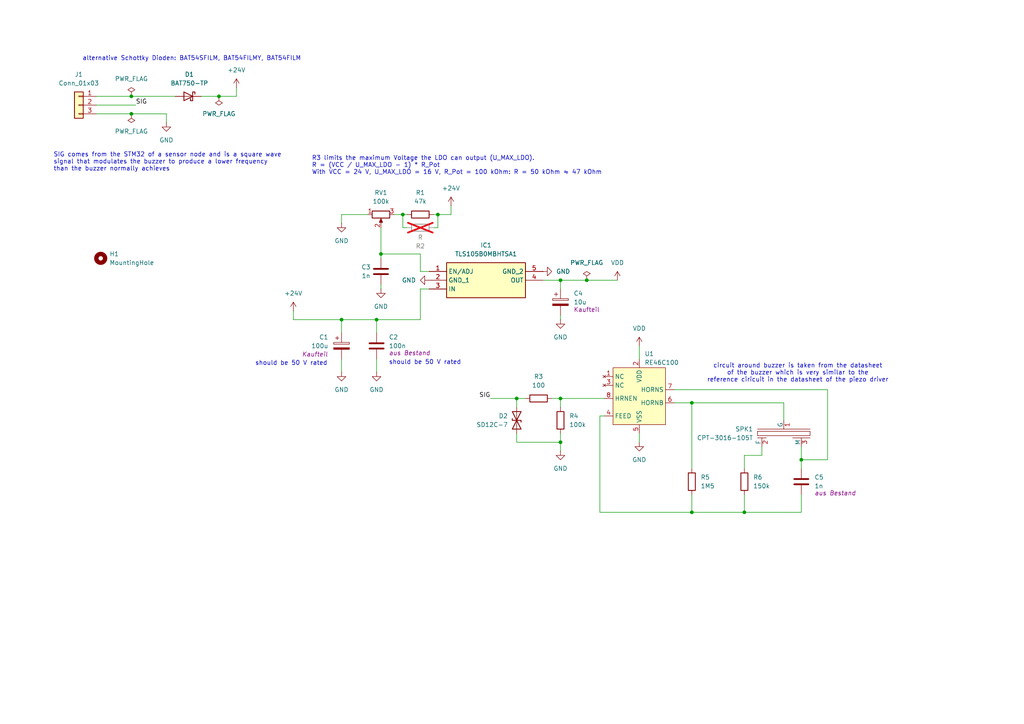
<source format=kicad_sch>
(kicad_sch (version 20231120) (generator "eeschema") (generator_version "8.0")
  (paper "A4")
  (title_block (title "Soundbox") (date "2024-12-04") (rev "FT25 v1.0") (company "FaSTTUBe"))
  (lib_symbols
    (symbol "Connector_Generic:Conn_01x03" (pin_names (offset 1.016) hide)
      (property "Reference" "J" (at 0 5.08 0))
      (property "Value" "Conn_01x03" (at 0 -5.08 0))
      (symbol "Conn_01x03_1_1"
        (rectangle (start -1.27 -2.413) (end 0 -2.667) (stroke (width 0.1524)))
        (rectangle (start -1.27 0.127) (end 0 -0.127) (stroke (width 0.1524)))
        (rectangle (start -1.27 2.667) (end 0 2.413) (stroke (width 0.1524)))
        (rectangle (start -1.27 3.81) (end 1.27 -3.81) (stroke (width 0.254)) (fill (type background)))
        (pin passive line (at -5.08 2.54 0) (length 3.81) (name "Pin_1") (number "1"))
        (pin passive line (at -5.08 0 0) (length 3.81) (name "Pin_2") (number "2"))
        (pin passive line (at -5.08 -2.54 0) (length 3.81) (name "Pin_3") (number "3"))
      )
    )
    (symbol "Device:C" (pin_numbers hide) (pin_names (offset 0.254))
      (property "Reference" "C" (at 0.635 2.54 0))
      (property "Value" "C" (at 0.635 -2.54 0))
      (symbol "C_0_1"
        (polyline (pts (xy -2.032 -0.762) (xy 2.032 -0.762)) (stroke (width 0.508)))
        (polyline (pts (xy -2.032 0.762) (xy 2.032 0.762)) (stroke (width 0.508)))
      )
      (symbol "C_1_1"
        (pin passive line (at 0 3.81 270) (length 2.794) (name "~") (number "1"))
        (pin passive line (at 0 -3.81 90) (length 2.794) (name "~") (number "2"))
      )
    )
    (symbol "Device:C_Polarized" (pin_numbers hide) (pin_names (offset 0.254))
      (property "Reference" "C" (at 0.635 2.54 0))
      (property "Value" "C_Polarized" (at 0.635 -2.54 0))
      (symbol "C_Polarized_0_1"
        (rectangle (start -2.286 0.508) (end 2.286 1.016))
        (polyline (pts (xy -1.778 2.286) (xy -0.762 2.286)))
        (polyline (pts (xy -1.27 2.794) (xy -1.27 1.778)))
        (rectangle (start 2.286 -0.508) (end -2.286 -1.016) (fill (type outline)))
      )
      (symbol "C_Polarized_1_1"
        (pin passive line (at 0 3.81 270) (length 2.794) (name "~") (number "1"))
        (pin passive line (at 0 -3.81 90) (length 2.794) (name "~") (number "2"))
      )
    )
    (symbol "Device:D_Schottky" (pin_numbers hide) (pin_names (offset 1.016) hide)
      (property "Reference" "D2" (at -0.3175 6.35 0))
      (property "Value" "BAT750-TP" (at -0.3175 3.81 0))
      (symbol "D_Schottky_0_1"
        (polyline (pts (xy 1.27 0) (xy -1.27 0)))
        (polyline (pts (xy 1.27 1.27) (xy 1.27 -1.27) (xy -1.27 0) (xy 1.27 1.27)) (stroke (width 0.254)))
        (polyline (pts (xy -1.905 0.635) (xy -1.905 1.27) (xy -1.27 1.27) (xy -1.27 -1.27) (xy -0.635 -1.27) (xy -0.635 -0.635)) (stroke (width 0.254)))
      )
      (symbol "D_Schottky_1_1"
        (pin passive line (at 3.81 0 180) (length 2.54) (name "A") (number "1"))
        (pin passive line (at -3.81 0 0) (length 2.54) (name "K") (number "3"))
      )
    )
    (symbol "Device:D_TVS" (pin_numbers hide) (pin_names (offset 1.016) hide)
      (property "Reference" "D" (at 0 2.54 0))
      (property "Value" "D_TVS" (at 0 -2.54 0))
      (symbol "D_TVS_0_1"
        (polyline (pts (xy 1.27 0) (xy -1.27 0)))
        (polyline (pts (xy 0.508 1.27) (xy 0 1.27) (xy 0 -1.27) (xy -0.508 -1.27)) (stroke (width 0.254)))
        (polyline (pts (xy -2.54 1.27) (xy -2.54 -1.27) (xy 2.54 1.27) (xy 2.54 -1.27) (xy -2.54 1.27)) (stroke (width 0.254)))
      )
      (symbol "D_TVS_1_1"
        (pin passive line (at -3.81 0 0) (length 2.54) (name "A1") (number "1"))
        (pin passive line (at 3.81 0 180) (length 2.54) (name "A2") (number "2"))
      )
    )
    (symbol "Device:R" (pin_numbers hide) (pin_names (offset 0))
      (property "Reference" "R" (at 2.032 0 90))
      (property "Value" "R" (at 0 0 90))
      (symbol "R_0_1"
        (rectangle (start -1.016 -2.54) (end 1.016 2.54) (stroke (width 0.254)))
      )
      (symbol "R_1_1"
        (pin passive line (at 0 3.81 270) (length 1.27) (name "~") (number "1"))
        (pin passive line (at 0 -3.81 90) (length 1.27) (name "~") (number "2"))
      )
    )
    (symbol "Device:R_Potentiometer" (pin_names (offset 1.016) hide)
      (property "Reference" "RV" (at -4.445 0 90))
      (property "Value" "R_Potentiometer" (at -2.54 0 90))
      (symbol "R_Potentiometer_0_1"
        (polyline (pts (xy 2.54 0) (xy 1.524 0)))
        (polyline (pts (xy 1.143 0) (xy 2.286 0.508) (xy 2.286 -0.508) (xy 1.143 0)) (fill (type outline)))
        (rectangle (start 1.016 2.54) (end -1.016 -2.54) (stroke (width 0.254)))
      )
      (symbol "R_Potentiometer_1_1"
        (pin passive line (at 0 3.81 270) (length 1.27) (name "1") (number "1"))
        (pin passive line (at 3.81 0 180) (length 1.27) (name "2") (number "2"))
        (pin passive line (at 0 -3.81 90) (length 1.27) (name "3") (number "3"))
      )
    )
    (symbol "Mechanical:MountingHole" (pin_names (offset 1.016)) (exclude_from_sim yes) (in_bom no)
      (property "Reference" "H" (at 0 5.08 0))
      (property "Value" "MountingHole" (at 0 3.175 0))
      (symbol "MountingHole_0_1"
        (circle (center 0 0) (radius 1.27) (stroke (width 1.27)))
      )
    )
    (symbol "power:+24V" (power) (pin_numbers hide) (pin_names (offset 0) hide)
      (property "Value" "+24V" (at 0 3.556 0))
      (symbol "+24V_0_1"
        (polyline (pts (xy -0.762 1.27) (xy 0 2.54)))
        (polyline (pts (xy 0 0) (xy 0 2.54)))
        (polyline (pts (xy 0 2.54) (xy 0.762 1.27)))
      )
      (symbol "+24V_1_1"
        (pin power_in line (at 0 0 90) (length 0) (name "~") (number "1"))
      )
    )
    (symbol "power:GND" (power) (pin_numbers hide) (pin_names (offset 0) hide)
      (property "Value" "GND" (at 0 -3.81 0))
      (symbol "GND_0_1"
        (polyline (pts (xy 0 0) (xy 0 -1.27) (xy 1.27 -1.27) (xy 0 -2.54) (xy -1.27 -1.27) (xy 0 -1.27)))
      )
      (symbol "GND_1_1"
        (pin power_in line (at 0 0 270) (length 0) (name "~") (number "1"))
      )
    )
    (symbol "power:PWR_FLAG" (power) (pin_numbers hide) (pin_names (offset 0) hide)
      (property "Value" "PWR_FLAG" (at 0 3.81 0))
      (symbol "PWR_FLAG_0_0"
        (pin power_out line (at 0 0 90) (length 0) (name "~") (number "1"))
      )
      (symbol "PWR_FLAG_0_1"
        (polyline (pts (xy 0 0) (xy 0 1.27) (xy -1.016 1.905) (xy 0 2.54) (xy 1.016 1.905) (xy 0 1.27)))
      )
    )
    (symbol "power:VDD" (power) (pin_numbers hide) (pin_names (offset 0) hide)
      (property "Value" "VDD" (at 0 3.556 0))
      (symbol "VDD_0_1"
        (polyline (pts (xy -0.762 1.27) (xy 0 2.54)))
        (polyline (pts (xy 0 0) (xy 0 2.54)))
        (polyline (pts (xy 0 2.54) (xy 0.762 1.27)))
      )
      (symbol "VDD_1_1"
        (pin power_in line (at 0 0 90) (length 0) (name "~") (number "1"))
      )
    )
    (symbol "soundbox:CPT-3016-105T" (pin_names (offset 0))
      (property "Reference" "SPK" (at -5.588 2.54 0))
      (property "Value" "CPT-3016-105T" (at 10.668 2.54 0))
      (symbol "CPT-3016-105T_0_0"
        (pin passive line (at 0 3.81 270) (length 2.54) (name "G") (number "1"))
        (pin passive line (at -6.35 -3.81 90) (length 2.54) (name "F") (number "2"))
        (pin passive line (at 5.08 -3.81 90) (length 2.54) (name "M") (number "3"))
      )
      (symbol "CPT-3016-105T_0_1"
        (rectangle (start -7.62 0.635) (end 7.62 -0.635))
        (polyline (pts (xy -7.62 -1.27) (xy -5.08 -1.27)))
        (polyline (pts (xy 7.62 -1.27) (xy 2.54 -1.27)))
        (polyline (pts (xy 7.62 1.27) (xy -7.62 1.27)))
      )
    )
    (symbol "soundbox:RE46C100"
      (property "Reference" "U" (at -6.604 9.144 0))
      (property "Value" "RE46C100" (at 5.842 9.144 0))
      (symbol "RE46C100_0_0"
        (pin no_connect line (at -10.16 5.08 0) (length 2.54) (name "NC") (number "1"))
        (pin power_in line (at 0 10.16 270) (length 2.54) (name "VDD") (number "2"))
        (pin no_connect line (at -10.16 2.54 0) (length 2.54) (name "NC") (number "3"))
        (pin input line (at -10.16 -6.35 0) (length 2.54) (name "FEED") (number "4"))
        (pin power_in line (at 0 -11.43 90) (length 2.54) (name "VSS") (number "5"))
        (pin output line (at 10.16 -2.54 180) (length 2.54) (name "HORNB") (number "6"))
        (pin output line (at 10.16 1.27 180) (length 2.54) (name "HORNS") (number "7"))
        (pin input line (at -10.16 -1.27 0) (length 2.54) (name "HRNEN") (number "8"))
      )
      (symbol "RE46C100_1_1"
        (rectangle (start -7.62 7.62) (end 7.62 -8.89) (fill (type background)))
      )
    )
    (symbol "soundbox:TLS105B0MBHTSA1"
      (property "Reference" "IC" (at 29.21 7.62 0))
      (property "Value" "TLS105B0MBHTSA1" (at 29.21 5.08 0))
      (symbol "TLS105B0MBHTSA1_1_1"
        (rectangle (start 5.08 2.54) (end 27.94 -7.62) (stroke (width 0.254)) (fill (type background)))
        (pin passive line (at 0 0 0) (length 5.08) (name "EN/ADJ") (number "1"))
        (pin passive line (at 0 -2.54 0) (length 5.08) (name "GND_1") (number "2"))
        (pin passive line (at 0 -5.08 0) (length 5.08) (name "IN") (number "3"))
        (pin passive line (at 33.02 -2.54 180) (length 5.08) (name "OUT") (number "4"))
        (pin passive line (at 33.02 0 180) (length 5.08) (name "GND_2") (number "5"))
      )
    )
  )
  (junction (at 162.56 128.27))
  (junction (at 38.1 27.94))
  (junction (at 232.41 133.35))
  (junction (at 63.5 27.94))
  (junction (at 99.06 92.71))
  (junction (at 110.49 73.66))
  (junction (at 38.1 33.02))
  (junction (at 116.84 62.23))
  (junction (at 109.22 92.71))
  (junction (at 162.56 81.28))
  (junction (at 127 62.23))
  (junction (at 149.86 115.57))
  (junction (at 200.66 148.59))
  (junction (at 200.66 116.84))
  (junction (at 215.9 148.59))
  (junction (at 162.56 115.57))
  (junction (at 170.18 81.28))
  (wire (pts (xy 27.94 27.94) (xy 38.1 27.94)))
  (wire (pts (xy 160.02 115.57) (xy 162.56 115.57)))
  (wire (pts (xy 232.41 129.54) (xy 232.41 133.35)))
  (wire (pts (xy 215.9 135.89) (xy 215.9 132.08)))
  (wire (pts (xy 195.58 116.84) (xy 200.66 116.84)))
  (wire (pts (xy 110.49 74.93) (xy 110.49 73.66)))
  (wire (pts (xy 125.73 62.23) (xy 127 62.23)))
  (wire (pts (xy 27.94 33.02) (xy 38.1 33.02)))
  (wire (pts (xy 109.22 92.71) (xy 121.92 92.71)))
  (wire (pts (xy 109.22 104.14) (xy 109.22 107.95)))
  (wire (pts (xy 170.18 81.28) (xy 179.07 81.28)))
  (wire (pts (xy 162.56 115.57) (xy 175.26 115.57)))
  (wire (pts (xy 121.92 73.66) (xy 121.92 78.74)))
  (wire (pts (xy 118.11 66.04) (xy 116.84 66.04)))
  (wire (pts (xy 48.26 33.02) (xy 48.26 35.56)))
  (wire (pts (xy 185.42 125.73) (xy 185.42 128.27)))
  (wire (pts (xy 63.5 27.94) (xy 68.58 27.94)))
  (wire (pts (xy 149.86 128.27) (xy 162.56 128.27)))
  (wire (pts (xy 27.94 30.48) (xy 39.37 30.48)))
  (wire (pts (xy 110.49 73.66) (xy 121.92 73.66)))
  (wire (pts (xy 99.06 92.71) (xy 99.06 96.52)))
  (wire (pts (xy 162.56 91.44) (xy 162.56 92.71)))
  (wire (pts (xy 200.66 143.51) (xy 200.66 148.59)))
  (wire (pts (xy 232.41 133.35) (xy 240.03 133.35)))
  (wire (pts (xy 109.22 92.71) (xy 99.06 92.71)))
  (wire (pts (xy 240.03 113.03) (xy 195.58 113.03)))
  (wire (pts (xy 85.09 90.17) (xy 85.09 92.71)))
  (wire (pts (xy 110.49 83.82) (xy 110.49 82.55)))
  (wire (pts (xy 200.66 116.84) (xy 227.33 116.84)))
  (wire (pts (xy 58.42 27.94) (xy 63.5 27.94)))
  (wire (pts (xy 215.9 132.08) (xy 220.98 132.08)))
  (wire (pts (xy 162.56 125.73) (xy 162.56 128.27)))
  (wire (pts (xy 232.41 143.51) (xy 232.41 148.59)))
  (wire (pts (xy 162.56 81.28) (xy 162.56 83.82)))
  (wire (pts (xy 127 66.04) (xy 127 62.23)))
  (wire (pts (xy 232.41 133.35) (xy 232.41 135.89)))
  (wire (pts (xy 220.98 132.08) (xy 220.98 129.54)))
  (wire (pts (xy 149.86 115.57) (xy 152.4 115.57)))
  (wire (pts (xy 118.11 62.23) (xy 116.84 62.23)))
  (wire (pts (xy 162.56 81.28) (xy 170.18 81.28)))
  (wire (pts (xy 110.49 66.04) (xy 110.49 73.66)))
  (wire (pts (xy 149.86 125.73) (xy 149.86 128.27)))
  (wire (pts (xy 116.84 66.04) (xy 116.84 62.23)))
  (wire (pts (xy 215.9 148.59) (xy 232.41 148.59)))
  (wire (pts (xy 116.84 62.23) (xy 114.3 62.23)))
  (wire (pts (xy 99.06 64.77) (xy 99.06 62.23)))
  (wire (pts (xy 142.24 115.57) (xy 149.86 115.57)))
  (wire (pts (xy 173.99 148.59) (xy 200.66 148.59)))
  (wire (pts (xy 149.86 115.57) (xy 149.86 118.11)))
  (wire (pts (xy 162.56 128.27) (xy 162.56 130.81)))
  (wire (pts (xy 185.42 100.33) (xy 185.42 104.14)))
  (wire (pts (xy 99.06 92.71) (xy 85.09 92.71)))
  (wire (pts (xy 127 62.23) (xy 130.81 62.23)))
  (wire (pts (xy 162.56 115.57) (xy 162.56 118.11)))
  (wire (pts (xy 200.66 116.84) (xy 200.66 135.89)))
  (wire (pts (xy 173.99 120.65) (xy 173.99 148.59)))
  (wire (pts (xy 38.1 33.02) (xy 48.26 33.02)))
  (wire (pts (xy 121.92 92.71) (xy 121.92 83.82)))
  (wire (pts (xy 121.92 78.74) (xy 124.46 78.74)))
  (wire (pts (xy 68.58 25.4) (xy 68.58 27.94)))
  (wire (pts (xy 227.33 116.84) (xy 227.33 121.92)))
  (wire (pts (xy 38.1 27.94) (xy 50.8 27.94)))
  (wire (pts (xy 130.81 62.23) (xy 130.81 59.69)))
  (wire (pts (xy 121.92 83.82) (xy 124.46 83.82)))
  (wire (pts (xy 200.66 148.59) (xy 215.9 148.59)))
  (wire (pts (xy 215.9 143.51) (xy 215.9 148.59)))
  (wire (pts (xy 175.26 120.65) (xy 173.99 120.65)))
  (wire (pts (xy 157.48 81.28) (xy 162.56 81.28)))
  (wire (pts (xy 240.03 133.35) (xy 240.03 113.03)))
  (wire (pts (xy 99.06 62.23) (xy 106.68 62.23)))
  (wire (pts (xy 99.06 104.14) (xy 99.06 107.95)))
  (wire (pts (xy 109.22 92.71) (xy 109.22 96.52)))
  (wire (pts (xy 125.73 66.04) (xy 127 66.04)))
  (text "R3 limits the maximum Voltage the LDO can output (U_MAX_LDO).\nR = (VCC / U_MAX_LDO - 1) * R_Pot\nWith VCC = 24 V, U_MAX_LDO = 16 V, R_Pot = 100 kOhm: R = 50 kOhm ≈ 47 kOhm" (at 90.424 48.006 0) (effects (font (size 1.27 1.27)) (justify left)))
  (text "circuit around buzzer is taken from the datasheet\nof the buzzer which is very similar to the\nreference ciricuit in the datasheet of the piezo driver" (at 231.394 108.204 0) (effects (font (size 1.27 1.27))))
  (text "should be 50 V rated" (at 112.776 105.156 0) (effects (font (size 1.27 1.27)) (justify left)))
  (text "alternative Schottky Dioden: BAT54SFILM, BAT54FILMY, BAT54FILM" (at 55.626 17.018 0) (effects (font (size 1.27 1.27))))
  (text "should be 50 V rated" (at 94.996 105.41 0) (effects (font (size 1.27 1.27)) (justify right)))
  (text "SIG comes from the STM32 of a sensor node and is a square wave\nsignal that modulates the buzzer to produce a lower frequency\nthan the buzzer normally achieves" (at 15.494 46.99 0) (effects (font (size 1.27 1.27)) (justify left)))
  (label "SIG" (at 142.24 115.57 180))
  (label "SIG" (at 39.37 30.48 0))
  (symbol (lib_id "power:+24V") (at 68.58 25.4 0) (unit 1)
    (property "Reference" "#PWR02" (effects (hide yes)))
    (property "Value" "+24V" (at 68.58 20.32 0))
    (property "Description" "Power symbol creates a global label with name \"+24V\"" (effects (hide yes)))
  )
  (symbol (lib_id "Device:C") (at 109.22 100.33 0) (unit 1)
    (property "Reference" "C2" (at 112.776 97.79 0) (effects (justify left)))
    (property "Value" "100n" (at 112.776 100.33 0) (effects (justify left)))
    (property "Footprint" "Capacitor_SMD:C_0603_1608Metric_Pad1.08x0.95mm_HandSolder" (effects (hide yes)))
    (property "Description" "Unpolarized capacitor" (effects (hide yes)))
    (property "source" "aus Bestand" (at 112.776 102.3621 0) (effects (font (italic yes)) (justify left)))
  )
  (symbol (lib_id "power:+24V") (at 85.09 90.17 0) (unit 1)
    (property "Reference" "#PWR03" (effects (hide yes)))
    (property "Value" "+24V" (at 85.09 85.09 0))
    (property "Description" "Power symbol creates a global label with name \"+24V\"" (effects (hide yes)))
  )
  (symbol (lib_id "Device:C") (at 232.41 139.7 0) (unit 1)
    (property "Reference" "C5" (at 236.22 138.4299 0) (effects (justify left)))
    (property "Value" "1n" (at 236.22 140.9699 0) (effects (justify left)))
    (property "Footprint" "Capacitor_SMD:C_0603_1608Metric_Pad1.08x0.95mm_HandSolder" (effects (hide yes)))
    (property "Description" "Unpolarized capacitor" (effects (hide yes)))
    (property "source" "aus Bestand" (at 236.22 143.002 0) (effects (font (italic yes)) (justify left)))
  )
  (symbol (lib_id "power:GND") (at 99.06 107.95 0) (unit 1)
    (property "Reference" "#PWR05" (effects (hide yes)))
    (property "Value" "GND" (at 99.06 113.03 0))
    (property "Description" "Power symbol creates a global label with name \"GND\" , ground" (effects (hide yes)))
  )
  (symbol (lib_id "power:+24V") (at 130.81 59.69 0) (mirror y) (unit 1)
    (property "Reference" "#PWR09" (effects (hide yes)))
    (property "Value" "+24V" (at 130.81 54.61 0))
    (property "Description" "Power symbol creates a global label with name \"+24V\"" (effects (hide yes)))
  )
  (symbol (lib_id "Device:C_Polarized") (at 162.56 87.63 0) (unit 1)
    (property "Reference" "C4" (at 166.37 85.09 0) (effects (justify left)))
    (property "Value" "10u" (at 166.37 87.63 0) (effects (justify left)))
    (property "Footprint" "soundbox:EEE0GA101SR" (effects (hide yes)))
    (property "Datasheet" "http://industrial.panasonic.com/cdbs/www-data/pdf/RDE0000/ABA0000C1181.pdf" (effects (hide yes)))
    (property "Description" "Polarized capacitor" (effects (hide yes)))
    (property "Height" "6.5" (effects (hide yes)))
    (property "Manufacturer_Name" "Panasonic" (effects (hide yes)))
    (property "Manufacturer_Part_Number" "EEE-FK1V100R" (effects (hide yes)))
    (property "Mouser Part Number" "667-EEE-FK1V100R" (effects (hide yes)))
    (property "Mouser Price/Stock" "https://www.mouser.co.uk/ProductDetail/Panasonic/EEE-FK1V100R?qs=qE6bgDGEOCsyhLm838k2dA%3D%3D" (effects (hide yes)))
    (property "source" "Kaufteil" (at 166.37 89.7891 0) (effects (justify left)))
  )
  (symbol (lib_id "Device:D_Schottky") (at 54.61 27.94 0) (mirror y) (unit 1)
    (property "Reference" "D1" (at 54.9275 21.59 0))
    (property "Value" "BAT750-TP" (at 54.9275 24.13 0))
    (property "Footprint" "Package_TO_SOT_SMD:SOT-23_Handsoldering" (effects (hide yes)))
    (property "Datasheet" "https://eu.mouser.com/datasheet/2/258/BAT750_SOT_23_-3365222.pdf" (effects (hide yes)))
    (property "Description" "Schottky diode" (effects (hide yes)))
  )
  (symbol (lib_id "Connector_Generic:Conn_01x03") (at 22.86 30.48 0) (mirror y) (unit 1)
    (property "Reference" "J1" (at 22.86 21.59 0))
    (property "Value" "Conn_01x03" (at 22.86 24.13 0))
    (property "Footprint" "Connector_Wire:SolderWire-0.25sqmm_1x03_P4.5mm_D0.65mm_OD2mm" (effects (hide yes)))
    (property "Description" "Generic connector, single row, 01x03, script generated (kicad-library-utils/schlib/autogen/connector/)" (effects (hide yes)))
  )
  (symbol (lib_id "power:VDD") (at 185.42 100.33 0) (unit 1)
    (property "Reference" "#PWR014" (effects (hide yes)))
    (property "Value" "VDD" (at 185.42 95.25 0))
    (property "Description" "Power symbol creates a global label with name \"VDD\"" (effects (hide yes)))
  )
  (symbol (lib_id "power:VDD") (at 179.07 81.28 0) (unit 1)
    (property "Reference" "#PWR013" (effects (hide yes)))
    (property "Value" "VDD" (at 179.07 76.2 0))
    (property "Description" "Power symbol creates a global label with name \"VDD\"" (effects (hide yes)))
  )
  (symbol (lib_id "power:GND") (at 99.06 64.77 0) (unit 1)
    (property "Reference" "#PWR04" (effects (hide yes)))
    (property "Value" "GND" (at 99.06 69.85 0))
    (property "Description" "Power symbol creates a global label with name \"GND\" , ground" (effects (hide yes)))
  )
  (symbol (lib_id "Device:C") (at 110.49 78.74 180) (unit 1)
    (property "Reference" "C3" (at 106.172 77.47 0))
    (property "Value" "1n" (at 106.172 80.01 0))
    (property "Footprint" "Capacitor_SMD:C_0603_1608Metric_Pad1.08x0.95mm_HandSolder" (effects (hide yes)))
    (property "Description" "Unpolarized capacitor" (effects (hide yes)))
  )
  (symbol (lib_id "power:GND") (at 162.56 130.81 0) (unit 1)
    (property "Reference" "#PWR012" (effects (hide yes)))
    (property "Value" "GND" (at 162.56 135.89 0))
    (property "Description" "Power symbol creates a global label with name \"GND\" , ground" (effects (hide yes)))
  )
  (symbol (lib_id "soundbox:TLS105B0MBHTSA1") (at 124.46 78.74 0) (unit 1)
    (property "Reference" "IC1" (at 140.97 71.12 0))
    (property "Value" "TLS105B0MBHTSA1" (at 140.97 73.66 0))
    (property "Footprint" "soundbox:PG-SCT595-5" (effects (hide yes)))
    (property "Datasheet" "https://componentsearchengine.com/Datasheets/1/TLS105B0MBHTSA1.pdf" (effects (hide yes)))
    (property "Description" "LDO Voltage Regulators LINEAR VOLTAGE REGULATOR" (effects (hide yes)))
    (property "Height" "1.1" (effects (hide yes)))
    (property "Mouser Part Number" "726-TLS105B0MBHTSA1" (effects (hide yes)))
    (property "Mouser Price/Stock" "https://www.mouser.co.uk/ProductDetail/Infineon-Technologies/TLS105B0MBHTSA1?qs=F5EMLAvA7ID68BPIw0f4TQ%3D%3D" (effects (hide yes)))
    (property "Manufacturer_Name" "Infineon" (effects (hide yes)))
    (property "Manufacturer_Part_Number" "TLS105B0MBHTSA1" (effects (hide yes)))
  )
  (symbol (lib_id "Device:D_TVS") (at 149.86 121.92 270) (unit 1)
    (property "Reference" "D2" (at 147.32 120.6499 90) (effects (justify right)))
    (property "Value" "SD12C-7" (at 147.32 123.1899 90) (effects (justify right)))
    (property "Footprint" "Diode_SMD:D_SOD-323_HandSoldering" (effects (hide yes)))
    (property "Datasheet" "https://eu.mouser.com/datasheet/2/115/DIOD_S_A0009691744_1-2543273.pdf" (effects (hide yes)))
    (property "Description" "Bidirectional transient-voltage-suppression diode SD12C-7" (effects (hide yes)))
  )
  (symbol (lib_id "power:GND") (at 110.49 83.82 0) (unit 1)
    (property "Reference" "#PWR07" (effects (hide yes)))
    (property "Value" "GND" (at 110.49 88.9 0))
    (property "Description" "Power symbol creates a global label with name \"GND\" , ground" (effects (hide yes)))
  )
  (symbol (lib_id "power:PWR_FLAG") (at 63.5 27.94 0) (mirror x) (unit 1)
    (property "Reference" "#FLG03" (effects (hide yes)))
    (property "Value" "PWR_FLAG" (at 63.5 33.02 0))
    (property "Description" "Special symbol for telling ERC where power comes from" (effects (hide yes)))
  )
  (symbol (lib_id "Device:R") (at 121.92 62.23 270) (mirror x) (unit 1)
    (property "Reference" "R1" (at 121.92 55.88 90))
    (property "Value" "47k" (at 121.92 58.42 90))
    (property "Footprint" "Resistor_SMD:R_0603_1608Metric_Pad0.98x0.95mm_HandSolder" (effects (hide yes)))
    (property "Description" "Resistor" (effects (hide yes)))
  )
  (symbol (lib_id "Device:R") (at 121.92 66.04 270) (mirror x) (unit 1) (dnp yes)
    (property "Reference" "R2" (at 121.92 71.374 90))
    (property "Value" "R" (at 121.92 68.834 90))
    (property "Footprint" "Resistor_SMD:R_0603_1608Metric_Pad0.98x0.95mm_HandSolder" (effects (hide yes)))
    (property "Description" "Resistor" (effects (hide yes)))
  )
  (symbol (lib_id "Device:R_Potentiometer") (at 110.49 62.23 90) (mirror x) (unit 1)
    (property "Reference" "RV1" (at 110.49 55.88 90))
    (property "Value" "100k" (at 110.49 58.42 90))
    (property "Footprint" "soundbox:06TR4FA104DPR" (effects (hide yes)))
    (property "Datasheet" "https://www.mouser.de/datasheet/2/96/CTS_Trimmer_Potentiometer_06TR_Datasheet-3400490.pdf" (effects (hide yes)))
    (property "Description" "Potentiometer 06TR4FA104DPR" (effects (hide yes)))
    (property "MMN" "06TR4FA104DPR" (effects (hide yes)))
  )
  (symbol (lib_id "power:GND") (at 185.42 128.27 0) (unit 1)
    (property "Reference" "#PWR015" (effects (hide yes)))
    (property "Value" "GND" (at 185.42 133.35 0))
    (property "Description" "Power symbol creates a global label with name \"GND\" , ground" (effects (hide yes)))
  )
  (symbol (lib_id "power:GND") (at 162.56 92.71 0) (unit 1)
    (property "Reference" "#PWR011" (effects (hide yes)))
    (property "Value" "GND" (at 162.56 97.79 0))
    (property "Description" "Power symbol creates a global label with name \"GND\" , ground" (effects (hide yes)))
  )
  (symbol (lib_id "power:GND") (at 109.22 107.95 0) (unit 1)
    (property "Reference" "#PWR06" (effects (hide yes)))
    (property "Value" "GND" (at 109.22 113.03 0))
    (property "Description" "Power symbol creates a global label with name \"GND\" , ground" (effects (hide yes)))
  )
  (symbol (lib_id "power:GND") (at 48.26 35.56 0) (unit 1)
    (property "Reference" "#PWR01" (effects (hide yes)))
    (property "Value" "GND" (at 48.26 40.64 0))
    (property "Description" "Power symbol creates a global label with name \"GND\" , ground" (effects (hide yes)))
  )
  (symbol (lib_id "Device:R") (at 156.21 115.57 90) (unit 1)
    (property "Reference" "R3" (at 156.21 109.22 90))
    (property "Value" "100" (at 156.21 111.76 90))
    (property "Footprint" "Resistor_SMD:R_0603_1608Metric_Pad0.98x0.95mm_HandSolder" (effects (hide yes)))
    (property "Description" "Resistor" (effects (hide yes)))
  )
  (symbol (lib_id "power:PWR_FLAG") (at 170.18 81.28 0) (unit 1)
    (property "Reference" "#FLG04" (effects (hide yes)))
    (property "Value" "PWR_FLAG" (at 170.18 76.2 0))
    (property "Description" "Special symbol for telling ERC where power comes from" (effects (hide yes)))
  )
  (symbol (lib_id "power:PWR_FLAG") (at 38.1 33.02 0) (mirror x) (unit 1)
    (property "Reference" "#FLG02" (effects (hide yes)))
    (property "Value" "PWR_FLAG" (at 38.1 38.1 0))
    (property "Description" "Special symbol for telling ERC where power comes from" (effects (hide yes)))
  )
  (symbol (lib_id "Device:R") (at 215.9 139.7 0) (unit 1)
    (property "Reference" "R6" (at 218.44 138.4299 0) (effects (justify left)))
    (property "Value" "150k" (at 218.44 140.9699 0) (effects (justify left)))
    (property "Footprint" "Resistor_SMD:R_0603_1608Metric_Pad0.98x0.95mm_HandSolder" (effects (hide yes)))
    (property "Description" "Resistor" (effects (hide yes)))
  )
  (symbol (lib_id "Device:R") (at 162.56 121.92 0) (unit 1)
    (property "Reference" "R4" (at 165.1 120.6499 0) (effects (justify left)))
    (property "Value" "100k" (at 165.1 123.1899 0) (effects (justify left)))
    (property "Footprint" "Resistor_SMD:R_0603_1608Metric_Pad0.98x0.95mm_HandSolder" (effects (hide yes)))
    (property "Description" "Resistor" (effects (hide yes)))
  )
  (symbol (lib_id "power:GND") (at 157.48 78.74 90) (unit 1)
    (property "Reference" "#PWR010" (effects (hide yes)))
    (property "Value" "GND" (at 161.29 78.7399 90) (effects (justify right)))
    (property "Description" "Power symbol creates a global label with name \"GND\" , ground" (effects (hide yes)))
  )
  (symbol (lib_id "power:PWR_FLAG") (at 38.1 27.94 0) (unit 1)
    (property "Reference" "#FLG01" (effects (hide yes)))
    (property "Value" "PWR_FLAG" (at 38.1 22.86 0))
    (property "Description" "Special symbol for telling ERC where power comes from" (effects (hide yes)))
  )
  (symbol (lib_id "Mechanical:MountingHole") (at 29.21 74.93 0) (unit 1) (exclude_from_sim yes) (in_bom no)
    (property "Reference" "H1" (at 31.75 73.6599 0) (effects (justify left)))
    (property "Value" "MountingHole" (at 31.75 76.1999 0) (effects (justify left)))
    (property "Footprint" "MountingHole:MountingHole_3.2mm_M3_DIN965" (effects (hide yes)))
    (property "Description" "Mounting Hole without connection" (effects (hide yes)))
  )
  (symbol (lib_id "soundbox:RE46C100") (at 185.42 114.3 0) (unit 1)
    (property "Reference" "U1" (at 186.944 102.616 0) (effects (justify left)))
    (property "Value" "RE46C100" (at 186.944 105.156 0) (effects (justify left)))
    (property "Footprint" "Package_SO:SOIC-8_3.9x4.9mm_P1.27mm" (effects (hide yes)))
    (property "Datasheet" "https://www.mouser.de/datasheet/2/268/20002166B-3443049.pdf" (effects (hide yes)))
    (property "Description" "Piezoelectric Horn Driver Circuit" (effects (hide yes)))
  )
  (symbol (lib_id "soundbox:CPT-3016-105T") (at 227.33 125.73 0) (unit 1)
    (property "Reference" "SPK1" (at 218.44 124.46 0) (effects (justify right)))
    (property "Value" "CPT-3016-105T" (at 218.44 127 0) (effects (justify right)))
    (property "Footprint" "soundbox:CPT-3016-105T" (effects (hide yes)))
    (property "Datasheet" "https://www.mouser.de/datasheet/2/1628/cpt_3016_105t-3509585.pdf" (effects (hide yes)))
    (property "Description" "PIEZO BUZZER TRANSDUCER" (effects (hide yes)))
  )
  (symbol (lib_id "Device:C_Polarized") (at 99.06 100.33 0) (unit 1)
    (property "Reference" "C1" (at 95.25 97.79 0) (effects (justify right)))
    (property "Value" "100u" (at 95.25 100.33 0) (effects (justify right)))
    (property "Footprint" "soundbox:EEE1AA101SP" (effects (hide yes)))
    (property "Datasheet" "http://industrial.panasonic.com/cdbs/www-data/pdf/RDE0000/ABA0000C1240.pdf" (effects (hide yes)))
    (property "Description" "Polarized capacitor" (effects (hide yes)))
    (property "Height" "7.8" (effects (hide yes)))
    (property "Manufacturer_Name" "Panasonic" (effects (hide yes)))
    (property "Manufacturer_Part_Number" "EEE-FT1V101AP" (effects (hide yes)))
    (property "Mouser Part Number" "667-EEE-FT1V101AP" (effects (hide yes)))
    (property "Mouser Price/Stock" "https://www.mouser.co.uk/ProductDetail/Panasonic/EEE-FT1V101AP?qs=CMJjuEs1%252BuEsbOqam%2FkTqg%3D%3D" (effects (hide yes)))
    (property "source" "Kaufteil" (at 94.996 102.7431 0) (effects (font (italic yes)) (justify right)))
  )
  (symbol (lib_id "power:GND") (at 124.46 81.28 270) (unit 1)
    (property "Reference" "#PWR08" (effects (hide yes)))
    (property "Value" "GND" (at 120.65 81.2799 90) (effects (justify right)))
    (property "Description" "Power symbol creates a global label with name \"GND\" , ground" (effects (hide yes)))
  )
  (symbol (lib_id "Device:R") (at 200.66 139.7 0) (unit 1)
    (property "Reference" "R5" (at 203.2 138.4299 0) (effects (justify left)))
    (property "Value" "1M5" (at 203.2 140.9699 0) (effects (justify left)))
    (property "Footprint" "Resistor_SMD:R_0603_1608Metric_Pad0.98x0.95mm_HandSolder" (effects (hide yes)))
    (property "Description" "Resistor" (effects (hide yes)))
  )
)
</source>
